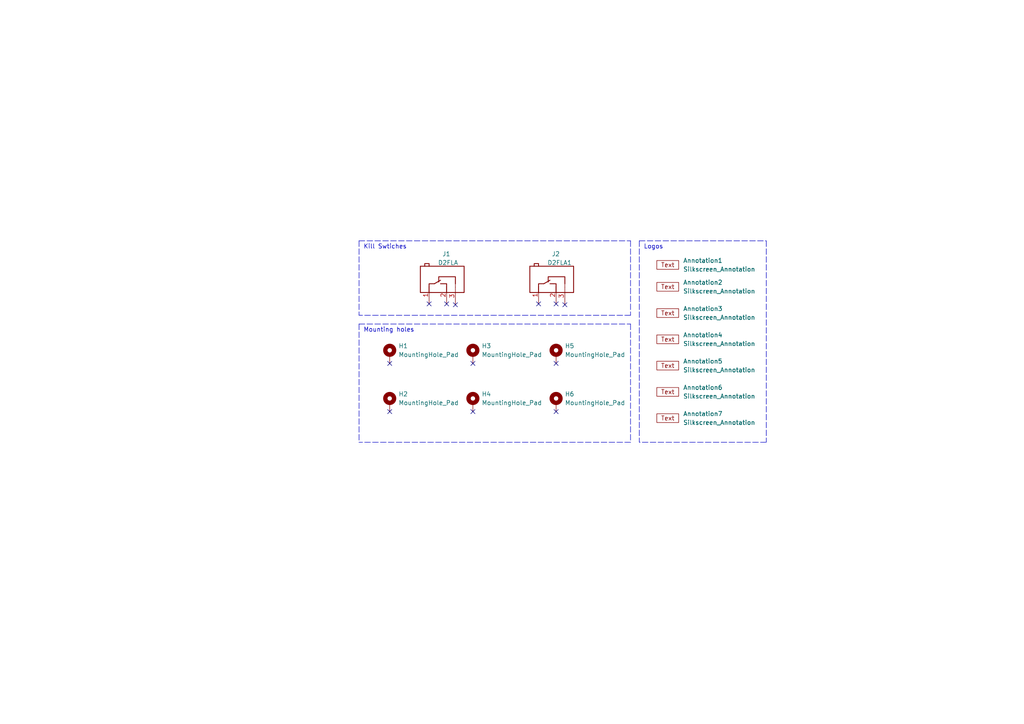
<source format=kicad_sch>
(kicad_sch (version 20211123) (generator eeschema)
  (paper "A4")
  (lib_symbols
    (symbol "Mechanical:MountingHole_Pad" (pin_numbers hide) (pin_names (offset 1.016) hide)
      (property "Reference" "H" (at 0 6.35 0))
      (property "Value" "MountingHole_Pad" (at 0 4.445 0))
      (symbol "MountingHole_Pad_0_1"
        (circle (center 0 1.27) (radius 1.27) (stroke (width 1.27)))
      )
      (symbol "MountingHole_Pad_1_1"
        (pin input line (at 0 -2.54 90) (length 2.54) (name "1") (number "1"))
      )
    )
    (symbol "miscelaneous-nsl:D2FLA"
      (property "Reference" "J" (at 0.254 7.62 0))
      (property "Value" "D2FLA" (at 0.508 5.588 0))
      (symbol "D2FLA_0_1"
        (polyline (pts (xy 3.81 -1.016) (xy 3.81 -2.032)))
      )
      (symbol "D2FLA_1_0"
        (polyline (pts (xy -2.286 -1.016) (xy -0.508 0)) (stroke (width 0.254)))
        (polyline (pts (xy -3.81 -3.556) (xy -3.81 -1.016) (xy -3.81 -1.016) (xy -2.286 -1.016)) (stroke (width 0.254)))
        (polyline (pts (xy -0.508 -1.016) (xy 1.27 -1.016) (xy 1.27 -1.016) (xy 1.27 -3.556)) (stroke (width 0.254)))
        (polyline (pts (xy -5.08 4.064) (xy -5.08 4.826) (xy -5.08 4.826) (xy -3.81 4.826) (xy -3.81 4.826) (xy -3.81 4.064)) (stroke (width 0.254)))
        (polyline (pts (xy 3.81 -1.016) (xy 3.81 1.016) (xy 3.81 1.016) (xy -1.016 1.016) (xy -1.016 1.016) (xy -1.016 -0.508)) (stroke (width 0.254)))
        (rectangle (start 6.35 4.064) (end -6.35 -3.556) (stroke (width 0.254)))
        (pin passive line (at -3.81 -6.858 90) (length 5.08) (name "COM") (number "1"))
        (pin passive line (at 1.27 -6.858 90) (length 5.08) (name "NO") (number "2"))
        (pin passive line (at 3.81 -7.112 90) (length 5.08) (name "NC") (number "3"))
      )
    )
    (symbol "symbols-nsl:Silkscreen_Annotation"
      (property "Reference" "Annotation" (at 3.81 0 0))
      (property "Value" "Silkscreen_Annotation" (at 8.89 2.54 0))
      (symbol "Silkscreen_Annotation_0_0"
        (text "Text" (at 1.905 5.715 0) (effects (font (size 1.27 1.27))))
      )
      (symbol "Silkscreen_Annotation_0_1"
        (rectangle (start -1.27 6.985) (end 5.08 4.445))
      )
    )
  )
  (no_connect (at 163.83 88.392))
  (no_connect (at 161.29 105.41))
  (no_connect (at 137.16 119.38))
  (no_connect (at 156.21 88.138))
  (no_connect (at 113.03 119.38))
  (no_connect (at 132.08 88.392))
  (no_connect (at 129.54 88.138))
  (no_connect (at 161.29 119.38))
  (no_connect (at 124.46 88.138))
  (no_connect (at 137.16 105.41))
  (no_connect (at 161.29 88.138))
  (no_connect (at 113.03 105.41))
  (polyline (pts (xy 104.14 69.85) (xy 104.14 91.44)))
  (polyline (pts (xy 222.25 128.27) (xy 185.42 128.27)))
  (polyline (pts (xy 182.88 93.98) (xy 182.88 128.27)))
  (polyline (pts (xy 182.88 69.85) (xy 182.88 91.44)))
  (polyline (pts (xy 182.88 128.27) (xy 104.14 128.27)))
  (polyline (pts (xy 185.42 69.85) (xy 185.42 128.27)))
  (polyline (pts (xy 104.14 93.98) (xy 182.88 93.98)))
  (polyline (pts (xy 222.25 69.85) (xy 222.25 128.27)))
  (polyline (pts (xy 104.14 69.85) (xy 182.88 69.85)))
  (polyline (pts (xy 182.88 91.44) (xy 104.14 91.44)))
  (polyline (pts (xy 185.42 69.85) (xy 222.25 69.85)))
  (polyline (pts (xy 104.14 93.98) (xy 104.14 128.27)))
  (text "Kill Swtiches" (at 105.41 72.39 0) (effects (font (size 1.27 1.27)) (justify left bottom)))
  (text "Logos\n" (at 186.69 72.39 0) (effects (font (size 1.27 1.27)) (justify left bottom)))
  (text "Mounting holes\n" (at 105.41 96.52 0) (effects (font (size 1.27 1.27)) (justify left bottom)))
  (symbol (lib_id "symbols-nsl:Silkscreen_Annotation") (at 191.77 96.52 0) (unit 1)
    (property "Reference" "Annotation3" (at 198.12 89.5349 0) (effects (justify left)))
    (property "Value" "Silkscreen_Annotation" (at 198.12 92.0749 0) (effects (justify left)))
    (property "Footprint" "symbols-nsl:NSL_long" (effects hide))
  )
  (symbol (lib_id "symbols-nsl:Silkscreen_Annotation") (at 191.77 82.55 0) (unit 1)
    (property "Reference" "Annotation1" (at 198.12 75.5649 0) (effects (justify left)))
    (property "Value" "Silkscreen_Annotation" (at 198.12 78.1049 0) (effects (justify left)))
    (property "Footprint" "symbols-nsl:NSL_long" (effects hide))
  )
  (symbol (lib_id "symbols-nsl:Silkscreen_Annotation") (at 191.77 111.76 0) (unit 1)
    (property "Reference" "Annotation5" (at 198.12 104.7749 0) (effects (justify left)))
    (property "Value" "Silkscreen_Annotation" (at 198.12 107.3149 0) (effects (justify left)))
    (property "Footprint" "symbols-nsl:GRSS" (effects hide))
  )
  (symbol (lib_id "Mechanical:MountingHole_Pad") (at 113.03 116.84 0) (unit 1)
    (property "Reference" "H2" (at 115.57 114.2999 0) (effects (justify left)))
    (property "Value" "MountingHole_Pad" (at 115.57 116.8399 0) (effects (justify left)))
    (property "Footprint" "MountingHole:MountingHole_2.2mm_M2_Pad" (effects hide))
  )
  (symbol (lib_id "symbols-nsl:Silkscreen_Annotation") (at 191.77 88.9 0) (unit 1)
    (property "Reference" "Annotation2" (at 198.12 81.9149 0) (effects (justify left)))
    (property "Value" "Silkscreen_Annotation" (at 198.12 84.4549 0) (effects (justify left)))
    (property "Footprint" "symbols-nsl:NSL_long" (effects hide))
  )
  (symbol (lib_id "Mechanical:MountingHole_Pad") (at 113.03 102.87 0) (unit 1)
    (property "Reference" "H1" (at 115.57 100.3299 0) (effects (justify left)))
    (property "Value" "MountingHole_Pad" (at 115.57 102.8699 0) (effects (justify left)))
    (property "Footprint" "MountingHole:MountingHole_2.2mm_M2_Pad" (effects hide))
  )
  (symbol (lib_id "Mechanical:MountingHole_Pad") (at 161.29 116.84 0) (unit 1)
    (property "Reference" "H6" (at 163.83 114.2999 0) (effects (justify left)))
    (property "Value" "MountingHole_Pad" (at 163.83 116.8399 0) (effects (justify left)))
    (property "Footprint" "MountingHole:MountingHole_2.2mm_M2_Pad" (effects hide))
  )
  (symbol (lib_id "symbols-nsl:Silkscreen_Annotation") (at 191.77 104.14 0) (unit 1)
    (property "Reference" "Annotation4" (at 198.12 97.1549 0) (effects (justify left)))
    (property "Value" "Silkscreen_Annotation" (at 198.12 99.6949 0) (effects (justify left)))
    (property "Footprint" "symbols-nsl:NSL_long" (effects hide))
  )
  (symbol (lib_id "symbols-nsl:Silkscreen_Annotation") (at 191.77 127 0) (unit 1)
    (property "Reference" "Annotation7" (at 198.12 120.0149 0) (effects (justify left)))
    (property "Value" "Silkscreen_Annotation" (at 198.12 122.5549 0) (effects (justify left)))
    (property "Footprint" "symbols-nsl:Bridgemaker" (effects hide))
  )
  (symbol (lib_id "Mechanical:MountingHole_Pad") (at 161.29 102.87 0) (unit 1)
    (property "Reference" "H5" (at 163.83 100.3299 0) (effects (justify left)))
    (property "Value" "MountingHole_Pad" (at 163.83 102.8699 0) (effects (justify left)))
    (property "Footprint" "MountingHole:MountingHole_2.2mm_M2_Pad" (effects hide))
  )
  (symbol (lib_id "symbols-nsl:Silkscreen_Annotation") (at 191.77 119.38 0) (unit 1)
    (property "Reference" "Annotation6" (at 198.12 112.3949 0) (effects (justify left)))
    (property "Value" "Silkscreen_Annotation" (at 198.12 114.9349 0) (effects (justify left)))
    (property "Footprint" "symbols-nsl:IEEE_logo" (effects hide))
  )
  (symbol (lib_id "miscelaneous-nsl:D2FLA") (at 160.02 81.28 0) (unit 1)
    (property "Reference" "J2" (at 160.02 73.66 0) (effects (justify left)))
    (property "Value" "D2FLA1" (at 158.75 76.2 0) (effects (justify left)))
    (property "Footprint" "miscelaneous-nsl:D2FLA1" (effects hide))
  )
  (symbol (lib_id "miscelaneous-nsl:D2FLA") (at 128.27 81.28 0) (unit 1)
    (property "Reference" "J1" (at 128.27 73.66 0) (effects (justify left)))
    (property "Value" "D2FLA" (at 127 76.2 0) (effects (justify left)))
    (property "Footprint" "miscelaneous-nsl:D2FLA" (effects hide))
  )
  (symbol (lib_id "Mechanical:MountingHole_Pad") (at 137.16 116.84 0) (unit 1)
    (property "Reference" "H4" (at 139.7 114.2999 0) (effects (justify left)))
    (property "Value" "MountingHole_Pad" (at 139.7 116.8399 0) (effects (justify left)))
    (property "Footprint" "MountingHole:MountingHole_2.2mm_M2_Pad" (effects hide))
  )
  (symbol (lib_id "Mechanical:MountingHole_Pad") (at 137.16 102.87 0) (unit 1)
    (property "Reference" "H3" (at 139.7 100.3299 0) (effects (justify left)))
    (property "Value" "MountingHole_Pad" (at 139.7 102.8699 0) (effects (justify left)))
    (property "Footprint" "MountingHole:MountingHole_2.2mm_M2_Pad" (effects hide))
  )
)
</source>
